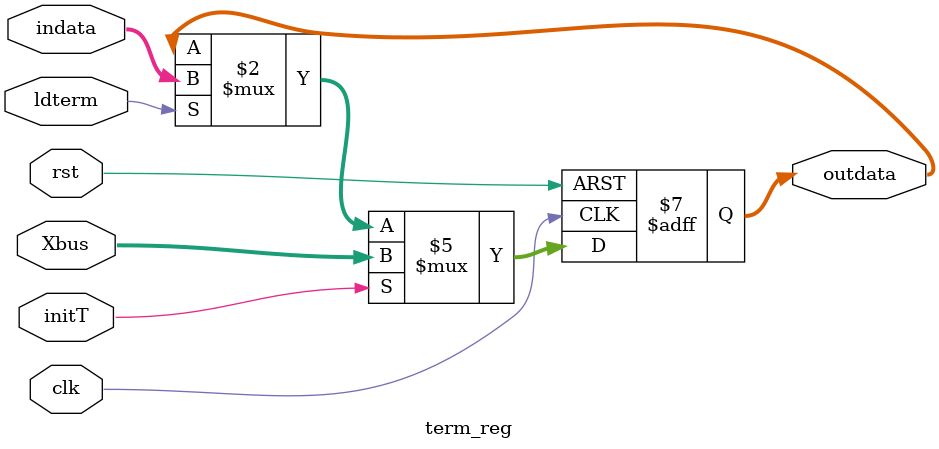
<source format=sv>
module term_reg(input clk,rst,ldterm,initT,input[15:0]indata,Xbus,output logic[15:0]outdata);
always@(posedge clk,posedge rst) begin
if (rst) outdata<=16'b0; else begin
if(initT) outdata <=Xbus; else
if (ldterm) outdata<=indata;
end
end
endmodule

</source>
